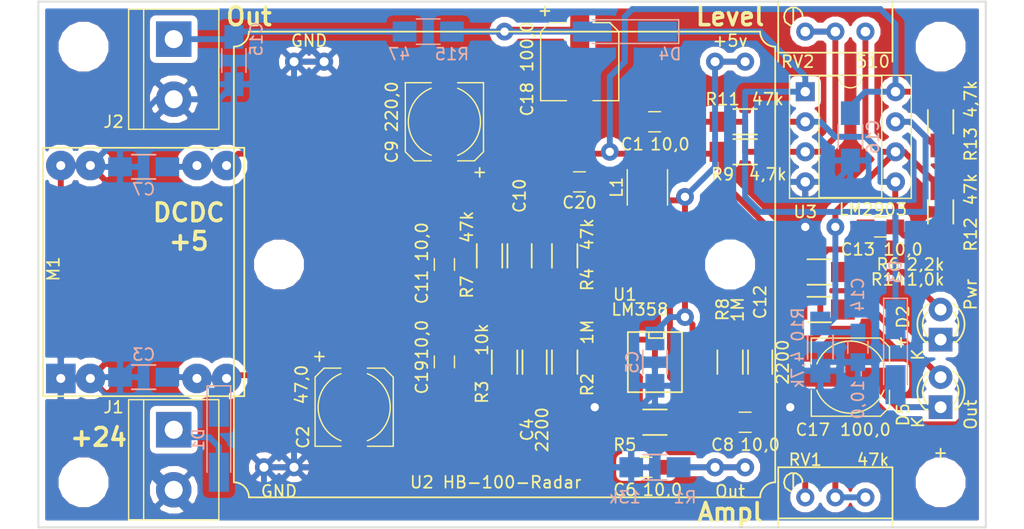
<source format=kicad_pcb>
(kicad_pcb (version 20171130) (host pcbnew "(5.0.0)")
  (layers (0 F.Cu signal) (31 B.Cu signal) (34 B.Paste user) (35 F.Paste user) (36 B.SilkS user) (37 F.SilkS user) (38 B.Mask user) (39 F.Mask user) (44 Edge.Cuts user))
  (net 0 "")
  (net 1 "Net-(C1-Pad1)")
  (net 2 "Net-(C2-Pad1)")
  (net 3 GND)
  (net 4 "Net-(C4-Pad1)")
  (net 5 "Net-(C4-Pad2)")
  (net 6 +5V)
  (net 7 "Net-(C6-Pad1)")
  (net 8 "Net-(C12-Pad2)")
  (net 9 "Net-(C8-Pad2)")
  (net 10 "Net-(C10-Pad2)")
  (net 11 "Net-(C12-Pad1)")
  (net 12 "Net-(C13-Pad1)")
  (net 13 "Net-(C14-Pad1)")
  (net 14 "Net-(C15-Pad1)")
  (net 15 "Net-(C17-Pad1)")
  (net 16 "Net-(D1-Pad2)")
  (net 17 "Net-(D3-Pad1)")
  (net 18 "Net-(D5-Pad2)")
  (net 19 "Net-(C18-Pad1)")
  (net 20 "Net-(C6-Pad2)")
  (net 21 "Net-(C19-Pad2)")
  (net 22 "Net-(D2-Pad2)")
  (net 23 "Net-(C20-Pad1)")
  (module Capacitors_SMD:C_0805_HandSoldering (layer F.Cu) (at 198.1 69.85 180)
    (fp_text reference C20 (at 0 -1.75 180) (layer F.SilkS))
    (fp_text value 10,0)
    (pad 1 smd rect (at -1.25 0 180) (size 1.5 1.25) (layers F.Cu F.Paste F.Mask) (net 23 "Net-(C20-Pad1)"))
    (pad 2 smd rect (at 1.25 0 180) (size 1.5 1.25) (layers F.Cu F.Paste F.Mask) (net 3 GND))
  )
  (module Inductor_SMD:L_Neosid_SMS-ME3015 (layer F.Cu) (at 203.835 70.315 90)
    (fp_text reference L1 (at 0 -2.6 90) (layer F.SilkS))
    (fp_text value "100uH CD32")
    (pad 1 smd rect (at -1.1 0 90) (size 1 2.7) (layers F.Cu F.Paste F.Mask) (net 23 "Net-(C20-Pad1)"))
    (pad 2 smd rect (at 1.1 0 90) (size 1 2.7) (layers F.Cu F.Paste F.Mask) (net 6 +5V))
  )
  (module Diodes_SMD:D_MiniMELF_Handsoldering (layer B.Cu) (at 201.93 57.15 180)
    (fp_text reference D4 (at -3.81 -1.905 180) (layer B.SilkS) (effects (justify mirror)))
    (fp_text value 1n4148)
    (pad 2 smd rect (at 2.75 0 180) (size 3.3 1.7) (layers B.Cu B.Paste B.Mask) (net 19 "Net-(C18-Pad1)"))
    (pad 1 smd rect (at -2.75 0 180) (size 3.3 1.7) (layers B.Cu B.Paste B.Mask) (net 17 "Net-(D3-Pad1)"))
  )
  (module Diodes_SMD:D_MiniMELF_Handsoldering (layer B.Cu) (at 224.79 84.245 270)
    (fp_text reference D3 (at -6.775 0 270) (layer B.SilkS) (effects (justify mirror)))
    (fp_text value 1n4148)
    (pad 1 smd rect (at -2.75 0 270) (size 3.3 1.7) (layers B.Cu B.Paste B.Mask) (net 17 "Net-(D3-Pad1)"))
    (pad 2 smd rect (at 2.75 0 270) (size 3.3 1.7) (layers B.Cu B.Paste B.Mask) (net 15 "Net-(C17-Pad1)"))
  )
  (module Diodes_SMD:D_MiniMELF_Handsoldering (layer B.Cu) (at 167.64 91.65 270)
    (fp_text reference D1 (at 0 1.75 270) (layer B.SilkS) (effects (justify mirror)))
    (fp_text value 1n4148)
    (pad 1 smd rect (at -2.75 0 270) (size 3.3 1.7) (layers B.Cu B.Paste B.Mask) (net 2 "Net-(C2-Pad1)"))
    (pad 2 smd rect (at 2.75 0 270) (size 3.3 1.7) (layers B.Cu B.Paste B.Mask) (net 16 "Net-(D1-Pad2)"))
  )
  (module TerminalBlock:TerminalBlock_bornier-2_P5.08mm (layer F.Cu) (at 163.83 90.805 270)
    (fp_text reference J1 (at -1.905 5.08) (layer F.SilkS))
    (fp_text value Power)
    (pad 2 thru_hole circle (at 5.08 0 270) (size 3 3) (drill 1.52) (layers *.Cu *.Mask) (net 3 GND))
    (pad 1 thru_hole rect (at 0 0 270) (size 3 3) (drill 1.52) (layers *.Cu *.Mask) (net 16 "Net-(D1-Pad2)"))
  )
  (module TerminalBlock:TerminalBlock_bornier-2_P5.08mm (layer F.Cu) (at 163.83 57.785 270)
    (fp_text reference J2 (at 6.985 5.08) (layer F.SilkS))
    (fp_text value Out)
    (pad 1 thru_hole rect (at 0 0 270) (size 3 3) (drill 1.52) (layers *.Cu *.Mask) (net 14 "Net-(C15-Pad1)"))
    (pad 2 thru_hole circle (at 5.08 0 270) (size 3 3) (drill 1.52) (layers *.Cu *.Mask) (net 3 GND))
  )
  (module LEDs:LED-3MM (layer F.Cu) (at 228.6 83.185 90)
    (fp_text reference D2 (at 1.91 -3.175 90) (layer F.SilkS))
    (fp_text value Pwr (at 3.81 2.54 90) (layer F.SilkS))
    (fp_text user K (at -1.27 -1.905 90) (layer F.SilkS))
    (pad 1 thru_hole rect (at 0 0 180) (size 2 2) (drill 1.00076) (layers *.Cu *.Mask) (net 3 GND))
    (pad 2 thru_hole circle (at 2.54 0 90) (size 2 2) (drill 1.00076) (layers *.Cu *.Mask) (net 22 "Net-(D2-Pad2)"))
  )
  (module MountingHole:MountingHole_3.2mm_M3 (layer F.Cu) (at 172.72 76.835)
    (fp_text reference MH6 hide)
    (fp_text value MountingHole)
    (pad 1 np_thru_hole circle (at 0 0) (size 3.2 3.2) (drill 3.2) (layers *.Cu *.Mask))
  )
  (module MountingHole:MountingHole_3.2mm_M3 (layer F.Cu) (at 210.82 76.835)
    (fp_text reference MH5 hide)
    (fp_text value MountingHole)
    (pad 1 np_thru_hole circle (at 0 0) (size 3.2 3.2) (drill 3.2) (layers *.Cu *.Mask))
  )
  (module MountingHole:MountingHole_3.2mm_M3 (layer F.Cu) (at 228.6 58.42)
    (fp_text reference MH4 hide)
    (fp_text value MountingHole)
    (pad 1 np_thru_hole circle (at 0 0) (size 3.2 3.2) (drill 3.2) (layers *.Cu *.Mask))
  )
  (module MountingHole:MountingHole_3.2mm_M3 (layer F.Cu) (at 228.6 95.25)
    (fp_text reference MH3 hide)
    (fp_text value MountingHole)
    (pad 1 np_thru_hole circle (at 0 0) (size 3.2 3.2) (drill 3.2) (layers *.Cu *.Mask))
  )
  (module MountingHole:MountingHole_3.2mm_M3 (layer F.Cu) (at 156.21 58.42)
    (fp_text reference MH1 hide)
    (fp_text value MountingHole)
    (pad 1 np_thru_hole circle (at 0 0) (size 3.2 3.2) (drill 3.2) (layers *.Cu *.Mask))
  )
  (module MountingHole:MountingHole_3.2mm_M3 (layer F.Cu) (at 156.21 95.25)
    (fp_text reference MH2 hide)
    (fp_text value MountingHole)
    (pad 1 np_thru_hole circle (at 0 0) (size 3.2 3.2) (drill 3.2) (layers *.Cu *.Mask))
  )
  (module Capacitors_SMD:C_0805_HandSoldering (layer F.Cu) (at 186.69 76.835 270)
    (fp_text reference C11 (at 1.905 1.905 270) (layer F.SilkS))
    (fp_text value 10,0 (at -1.905 1.905 270) (layer F.SilkS))
    (pad 1 smd rect (at -1.25 0 270) (size 1.5 1.25) (layers F.Cu F.Paste F.Mask) (net 3 GND))
    (pad 2 smd rect (at 1.25 0 270) (size 1.5 1.25) (layers F.Cu F.Paste F.Mask) (net 10 "Net-(C10-Pad2)"))
  )
  (module dz_lib:HB-100-Radar (layer F.Cu) (at 173.99 93.98)
    (fp_text reference U2 (at 10.795 1.27) (layer F.SilkS))
    (fp_text value HB-100-Radar (at 18.415 1.27) (layer F.SilkS))
    (fp_text user Out (at 36.83 2.032) (layer F.SilkS))
    (fp_text user GND (at -1.27 2.032) (layer F.SilkS))
    (fp_text user +5v (at 36.83 -36.068) (layer F.SilkS))
    (fp_text user GND (at 1.27 -36.068) (layer F.SilkS))
    (pad 1 thru_hole circle (at -2.54 0) (size 1.524 1.524) (drill 0.762) (layers *.Cu *.Mask) (net 3 GND))
    (pad 2 thru_hole circle (at 0 0) (size 1.524 1.524) (drill 0.762) (layers *.Cu *.Mask) (net 3 GND))
    (pad 3 thru_hole circle (at 0 -34.29) (size 1.524 1.524) (drill 0.762) (layers *.Cu *.Mask) (net 3 GND))
    (pad 4 thru_hole circle (at 2.54 -34.29) (size 1.524 1.524) (drill 0.762) (layers *.Cu *.Mask) (net 3 GND))
    (pad 5 thru_hole circle (at 35.56 0) (size 1.524 1.524) (drill 0.762) (layers *.Cu *.Mask) (net 20 "Net-(C6-Pad2)"))
    (pad 6 thru_hole circle (at 38.1 0) (size 1.524 1.524) (drill 0.762) (layers *.Cu *.Mask) (net 20 "Net-(C6-Pad2)"))
    (pad 7 thru_hole circle (at 35.56 -34.29) (size 1.524 1.524) (drill 0.762) (layers *.Cu *.Mask) (net 23 "Net-(C20-Pad1)"))
    (pad 8 thru_hole circle (at 38.1 -34.29) (size 1.524 1.524) (drill 0.762) (layers *.Cu *.Mask) (net 23 "Net-(C20-Pad1)"))
  )
  (module Capacitors_SMD:C_0805_HandSoldering (layer B.Cu) (at 221.615 83.84 270)
    (fp_text reference C14 (at -4.465 0 270) (layer B.SilkS) (effects (justify mirror)))
    (fp_text value 10,0 (at 4.425 0 270) (layer B.SilkS) (effects (justify mirror)))
    (pad 2 smd rect (at 1.25 0 270) (size 1.5 1.25) (layers B.Cu B.Paste B.Mask) (net 3 GND))
    (pad 1 smd rect (at -1.25 0 270) (size 1.5 1.25) (layers B.Cu B.Paste B.Mask) (net 13 "Net-(C14-Pad1)"))
  )
  (module Capacitors_SMD:C_0805_HandSoldering (layer F.Cu) (at 203.72 93.98)
    (fp_text reference C6 (at -1.79 1.905) (layer F.SilkS))
    (fp_text value 10,0 (at 1.385 1.905) (layer F.SilkS))
    (pad 1 smd rect (at -1.25 0) (size 1.5 1.25) (layers F.Cu F.Paste F.Mask) (net 7 "Net-(C6-Pad1)"))
    (pad 2 smd rect (at 1.25 0) (size 1.5 1.25) (layers F.Cu F.Paste F.Mask) (net 20 "Net-(C6-Pad2)"))
  )
  (module Capacitors_SMD:C_0805_HandSoldering (layer F.Cu) (at 186.69 85.07 90)
    (fp_text reference C19 (at -1.29 -1.905 90) (layer F.SilkS))
    (fp_text value 10,0 (at 1.885 -1.905 90) (layer F.SilkS))
    (pad 2 smd rect (at 1.25 0 90) (size 1.5 1.25) (layers F.Cu F.Paste F.Mask) (net 21 "Net-(C19-Pad2)"))
    (pad 1 smd rect (at -1.25 0 90) (size 1.5 1.25) (layers F.Cu F.Paste F.Mask) (net 3 GND))
  )
  (module Capacitors_SMD:C_0805_HandSoldering (layer F.Cu) (at 204.45 64.77 180)
    (fp_text reference C1 (at 1.885 -1.905 180) (layer F.SilkS))
    (fp_text value 10,0 (at -1.29 -1.905 180) (layer F.SilkS))
    (pad 1 smd rect (at -1.25 0 180) (size 1.5 1.25) (layers F.Cu F.Paste F.Mask) (net 1 "Net-(C1-Pad1)"))
    (pad 2 smd rect (at 1.25 0 180) (size 1.5 1.25) (layers F.Cu F.Paste F.Mask) (net 3 GND))
  )
  (module Capacitors_SMD:C_1206_HandSoldering (layer B.Cu) (at 168.91 59.595 270)
    (fp_text reference C15 (at -1.81 -1.905 270) (layer B.SilkS) (effects (justify mirror)))
    (fp_text value 0,1)
    (pad 1 smd rect (at -2 0 270) (size 2 1.6) (layers B.Cu B.Paste B.Mask) (net 14 "Net-(C15-Pad1)"))
    (pad 2 smd rect (at 2 0 270) (size 2 1.6) (layers B.Cu B.Paste B.Mask) (net 3 GND))
  )
  (module Resistors_SMD:R_1206_HandSoldering (layer B.Cu) (at 185.325 57.15)
    (fp_text reference R15 (at 2 1.905) (layer B.SilkS) (effects (justify mirror)))
    (fp_text value 47 (at -2.445 1.905) (layer B.SilkS) (effects (justify mirror)))
    (pad 1 smd rect (at -2 0) (size 2 1.7) (layers B.Cu B.Paste B.Mask) (net 14 "Net-(C15-Pad1)"))
    (pad 2 smd rect (at 2 0) (size 2 1.7) (layers B.Cu B.Paste B.Mask) (net 19 "Net-(C18-Pad1)"))
  )
  (module Resistors_SMD:R_1206_HandSoldering (layer F.Cu) (at 228.6 72.39 90)
    (fp_text reference R12 (at -1.905 2.54 90) (layer F.SilkS))
    (fp_text value 47k (at 1.905 2.54 90) (layer F.SilkS))
    (pad 1 smd rect (at -2 0 90) (size 2 1.7) (layers F.Cu F.Paste F.Mask) (net 12 "Net-(C13-Pad1)"))
    (pad 2 smd rect (at 2 0 90) (size 2 1.7) (layers F.Cu F.Paste F.Mask) (net 13 "Net-(C14-Pad1)"))
  )
  (module Capacitors_SMD:CP_Elec_6.3x7.7 (layer F.Cu) (at 186.69 64.77 90)
    (fp_text reference C9 (at -2.54 -4.445 90) (layer F.SilkS))
    (fp_text value 220,0 (at 1.27 -4.445 90) (layer F.SilkS))
    (fp_text user + (at -4.2799 2.9083 90) (layer F.SilkS))
    (pad 1 smd rect (at -2.7 0 270) (size 3.5 1.6) (layers F.Cu F.Paste F.Mask) (net 6 +5V))
    (pad 2 smd rect (at 2.7 0 270) (size 3.5 1.6) (layers F.Cu F.Paste F.Mask) (net 3 GND))
  )
  (module Capacitors_SMD:C_1206_HandSoldering (layer B.Cu) (at 161.29 86.36 180)
    (fp_text reference C3 (at 0 1.905 180) (layer B.SilkS) (effects (justify mirror)))
    (fp_text value 0,1 hide)
    (pad 1 smd rect (at -2 0 180) (size 2 1.6) (layers B.Cu B.Paste B.Mask) (net 2 "Net-(C2-Pad1)"))
    (pad 2 smd rect (at 2 0 180) (size 2 1.6) (layers B.Cu B.Paste B.Mask) (net 3 GND))
  )
  (module Capacitors_SMD:C_1206_HandSoldering (layer F.Cu) (at 194.31 85.09 270)
    (fp_text reference C4 (at 5.715 0.635 270) (layer F.SilkS))
    (fp_text value 2200 (at 5.715 -0.635 270) (layer F.SilkS))
    (pad 1 smd rect (at -2 0 270) (size 2 1.6) (layers F.Cu F.Paste F.Mask) (net 4 "Net-(C4-Pad1)"))
    (pad 2 smd rect (at 2 0 270) (size 2 1.6) (layers F.Cu F.Paste F.Mask) (net 5 "Net-(C4-Pad2)"))
  )
  (module Capacitors_SMD:C_1206_HandSoldering (layer B.Cu) (at 204.47 85.09 270)
    (fp_text reference C5 (at 0 1.905 270) (layer B.SilkS) (effects (justify mirror)))
    (fp_text value 0,1 hide)
    (pad 1 smd rect (at -2 0 270) (size 2 1.6) (layers B.Cu B.Paste B.Mask) (net 23 "Net-(C20-Pad1)"))
    (pad 2 smd rect (at 2 0 270) (size 2 1.6) (layers B.Cu B.Paste B.Mask) (net 3 GND))
  )
  (module Capacitors_SMD:C_1206_HandSoldering (layer B.Cu) (at 161.29 68.58 180)
    (fp_text reference C7 (at 0 -1.905 180) (layer B.SilkS) (effects (justify mirror)))
    (fp_text value 0,1 hide)
    (pad 1 smd rect (at -2 0 180) (size 2 1.6) (layers B.Cu B.Paste B.Mask) (net 6 +5V))
    (pad 2 smd rect (at 2 0 180) (size 2 1.6) (layers B.Cu B.Paste B.Mask) (net 3 GND))
  )
  (module Capacitors_SMD:C_1206_HandSoldering (layer F.Cu) (at 193.04 76.105 270)
    (fp_text reference C10 (at -5.08 0 270) (layer F.SilkS))
    (fp_text value 0,1 hide)
    (pad 1 smd rect (at -2 0 270) (size 2 1.6) (layers F.Cu F.Paste F.Mask) (net 3 GND))
    (pad 2 smd rect (at 2 0 270) (size 2 1.6) (layers F.Cu F.Paste F.Mask) (net 10 "Net-(C10-Pad2)"))
  )
  (module Capacitors_SMD:C_1206_HandSoldering (layer F.Cu) (at 213.36 85.09 270)
    (fp_text reference C12 (at -5.08 0 270) (layer F.SilkS))
    (fp_text value 2200 (at 0 -1.905 270) (layer F.SilkS))
    (pad 1 smd rect (at -2 0 270) (size 2 1.6) (layers F.Cu F.Paste F.Mask) (net 11 "Net-(C12-Pad1)"))
    (pad 2 smd rect (at 2 0 270) (size 2 1.6) (layers F.Cu F.Paste F.Mask) (net 8 "Net-(C12-Pad2)"))
  )
  (module Capacitors_SMD:C_1206_HandSoldering (layer B.Cu) (at 220.98 66.04 90)
    (fp_text reference C16 (at 0 1.905 90) (layer B.SilkS) (effects (justify mirror)))
    (fp_text value 0,1 hide)
    (pad 1 smd rect (at -2 0 90) (size 2 1.6) (layers B.Cu B.Paste B.Mask) (net 3 GND))
    (pad 2 smd rect (at 2 0 90) (size 2 1.6) (layers B.Cu B.Paste B.Mask) (net 6 +5V))
  )
  (module LEDs:LED-3MM (layer F.Cu) (at 228.6 88.9 90)
    (fp_text reference D5 (at -0.635 -3.175 90) (layer F.SilkS))
    (fp_text value Out (at -0.635 2.54 90) (layer F.SilkS))
    (fp_text user K (at -1.27 -1.905 90) (layer F.SilkS))
    (pad 1 thru_hole rect (at 0 0 180) (size 2 2) (drill 1.00076) (layers *.Cu *.Mask) (net 15 "Net-(C17-Pad1)"))
    (pad 2 thru_hole circle (at 2.54 0 90) (size 2 2) (drill 1.00076) (layers *.Cu *.Mask) (net 18 "Net-(D5-Pad2)"))
  )
  (module Resistors_SMD:R_1206_HandSoldering (layer B.Cu) (at 204.47 93.98 180)
    (fp_text reference R1 (at -2.54 -2.54 180) (layer B.SilkS) (effects (justify mirror)))
    (fp_text value 13k (at 2.54 -2.54 180) (layer B.SilkS) (effects (justify mirror)))
    (pad 1 smd rect (at -2 0 180) (size 2 1.7) (layers B.Cu B.Paste B.Mask) (net 20 "Net-(C6-Pad2)"))
    (pad 2 smd rect (at 2 0 180) (size 2 1.7) (layers B.Cu B.Paste B.Mask) (net 3 GND))
  )
  (module Resistors_SMD:R_1206_HandSoldering (layer F.Cu) (at 196.85 85.09 270)
    (fp_text reference R2 (at 1.905 -1.905 270) (layer F.SilkS))
    (fp_text value 1M (at -2.54 -1.905 270) (layer F.SilkS))
    (pad 1 smd rect (at -2 0 270) (size 2 1.7) (layers F.Cu F.Paste F.Mask) (net 4 "Net-(C4-Pad1)"))
    (pad 2 smd rect (at 2 0 270) (size 2 1.7) (layers F.Cu F.Paste F.Mask) (net 5 "Net-(C4-Pad2)"))
  )
  (module Resistors_SMD:R_1206_HandSoldering (layer F.Cu) (at 191.77 85.09 270)
    (fp_text reference R3 (at 2.54 1.905 270) (layer F.SilkS))
    (fp_text value 10k (at -1.905 1.905 270) (layer F.SilkS))
    (pad 1 smd rect (at -2 0 270) (size 2 1.7) (layers F.Cu F.Paste F.Mask) (net 21 "Net-(C19-Pad2)"))
    (pad 2 smd rect (at 2 0 270) (size 2 1.7) (layers F.Cu F.Paste F.Mask) (net 5 "Net-(C4-Pad2)"))
  )
  (module Resistors_SMD:R_1206_HandSoldering (layer F.Cu) (at 196.85 76.105 90)
    (fp_text reference R4 (at -2 1.905 90) (layer F.SilkS))
    (fp_text value 47k (at 1.81 1.905 90) (layer F.SilkS))
    (pad 1 smd rect (at -2 0 90) (size 2 1.7) (layers F.Cu F.Paste F.Mask) (net 10 "Net-(C10-Pad2)"))
    (pad 2 smd rect (at 2 0 90) (size 2 1.7) (layers F.Cu F.Paste F.Mask) (net 23 "Net-(C20-Pad1)"))
  )
  (module Resistors_SMD:R_1206_HandSoldering (layer F.Cu) (at 204.47 90.17 180)
    (fp_text reference R5 (at 2.54 -1.905 180) (layer F.SilkS))
    (fp_text value 200k hide)
    (pad 1 smd rect (at -2 0 180) (size 2 1.7) (layers F.Cu F.Paste F.Mask) (net 10 "Net-(C10-Pad2)"))
    (pad 2 smd rect (at 2 0 180) (size 2 1.7) (layers F.Cu F.Paste F.Mask) (net 7 "Net-(C6-Pad1)"))
  )
  (module Resistors_SMD:R_1206_HandSoldering (layer F.Cu) (at 218.345 77.47 180)
    (fp_text reference R6 (at -5.81 0.635 180) (layer F.SilkS))
    (fp_text value 2,2k (at -8.985 0.635 180) (layer F.SilkS))
    (pad 1 smd rect (at -2 0 180) (size 2 1.7) (layers F.Cu F.Paste F.Mask) (net 22 "Net-(D2-Pad2)"))
    (pad 2 smd rect (at 2 0 180) (size 2 1.7) (layers F.Cu F.Paste F.Mask) (net 6 +5V))
  )
  (module Resistors_SMD:R_1206_HandSoldering (layer F.Cu) (at 190.5 76.105 270)
    (fp_text reference R7 (at 2.635 1.905 270) (layer F.SilkS))
    (fp_text value 47k (at -2.445 1.905 270) (layer F.SilkS))
    (pad 1 smd rect (at -2 0 270) (size 2 1.7) (layers F.Cu F.Paste F.Mask) (net 3 GND))
    (pad 2 smd rect (at 2 0 270) (size 2 1.7) (layers F.Cu F.Paste F.Mask) (net 10 "Net-(C10-Pad2)"))
  )
  (module Resistors_SMD:R_1206_HandSoldering (layer F.Cu) (at 210.82 85.09 270)
    (fp_text reference R8 (at -4.445 0.635 270) (layer F.SilkS))
    (fp_text value 1M (at -4.445 -0.635 270) (layer F.SilkS))
    (pad 1 smd rect (at -2 0 270) (size 2 1.7) (layers F.Cu F.Paste F.Mask) (net 11 "Net-(C12-Pad1)"))
    (pad 2 smd rect (at 2 0 270) (size 2 1.7) (layers F.Cu F.Paste F.Mask) (net 8 "Net-(C12-Pad2)"))
  )
  (module Resistors_SMD:R_1206_HandSoldering (layer F.Cu) (at 212.09 67.31)
    (fp_text reference R9 (at -1.905 1.905) (layer F.SilkS))
    (fp_text value 4,7k (at 1.905 1.905) (layer F.SilkS))
    (pad 1 smd rect (at -2 0) (size 2 1.7) (layers F.Cu F.Paste F.Mask) (net 6 +5V))
    (pad 2 smd rect (at 2 0) (size 2 1.7) (layers F.Cu F.Paste F.Mask) (net 1 "Net-(C1-Pad1)"))
  )
  (module Resistors_SMD:R_1206_HandSoldering (layer B.Cu) (at 218.44 83.82 270)
    (fp_text reference R10 (at -1.905 1.905 270) (layer B.SilkS) (effects (justify mirror)))
    (fp_text value 4,7k (at 1.905 1.905 270) (layer B.SilkS) (effects (justify mirror)))
    (pad 1 smd rect (at -2 0 270) (size 2 1.7) (layers B.Cu B.Paste B.Mask) (net 13 "Net-(C14-Pad1)"))
    (pad 2 smd rect (at 2 0 270) (size 2 1.7) (layers B.Cu B.Paste B.Mask) (net 3 GND))
  )
  (module Resistors_SMD:R_1206_HandSoldering (layer F.Cu) (at 212.09 64.77 180)
    (fp_text reference R11 (at 1.905 1.905 180) (layer F.SilkS))
    (fp_text value 47k (at -1.905 1.905 180) (layer F.SilkS))
    (pad 1 smd rect (at -2 0 180) (size 2 1.7) (layers F.Cu F.Paste F.Mask) (net 12 "Net-(C13-Pad1)"))
    (pad 2 smd rect (at 2 0 180) (size 2 1.7) (layers F.Cu F.Paste F.Mask) (net 1 "Net-(C1-Pad1)"))
  )
  (module Resistors_SMD:R_1206_HandSoldering (layer F.Cu) (at 228.6 64.77 270)
    (fp_text reference R13 (at 1.905 -2.54 270) (layer F.SilkS))
    (fp_text value 4,7k (at -1.905 -2.54 270) (layer F.SilkS))
    (pad 1 smd rect (at -2 0 270) (size 2 1.7) (layers F.Cu F.Paste F.Mask) (net 6 +5V))
    (pad 2 smd rect (at 2 0 270) (size 2 1.7) (layers F.Cu F.Paste F.Mask) (net 17 "Net-(D3-Pad1)"))
  )
  (module Resistors_SMD:R_1206_HandSoldering (layer F.Cu) (at 218.345 80.645)
    (fp_text reference R14 (at 5.81 -2.54) (layer F.SilkS))
    (fp_text value 1,0k (at 8.985 -2.54) (layer F.SilkS))
    (pad 1 smd rect (at -2 0) (size 2 1.7) (layers F.Cu F.Paste F.Mask) (net 6 +5V))
    (pad 2 smd rect (at 2 0) (size 2 1.7) (layers F.Cu F.Paste F.Mask) (net 18 "Net-(D5-Pad2)"))
  )
  (module Capacitors_SMD:CP_Elec_6.3x5.3 (layer F.Cu) (at 179.07 88.9 270)
    (fp_text reference C2 (at 2.54 4.318 270) (layer F.SilkS))
    (fp_text value 47,0 (at -1.905 4.445 270) (layer F.SilkS))
    (fp_text user + (at -4.2799 3.0099 270) (layer F.SilkS))
    (pad 1 smd rect (at -2.7 0 90) (size 3.5 1.6) (layers F.Cu F.Paste F.Mask) (net 2 "Net-(C2-Pad1)"))
    (pad 2 smd rect (at 2.7 0 90) (size 3.5 1.6) (layers F.Cu F.Paste F.Mask) (net 3 GND))
  )
  (module Capacitors_SMD:CP_Elec_6.3x5.3 (layer F.Cu) (at 220.98 86.36 180)
    (fp_text reference C17 (at 3.175 -4.445 180) (layer F.SilkS))
    (fp_text value 100,0 (at -1.27 -4.445 180) (layer F.SilkS))
    (fp_text user + (at -4.2799 3.0099 180) (layer F.SilkS))
    (pad 1 smd rect (at -2.7 0) (size 3.5 1.6) (layers F.Cu F.Paste F.Mask) (net 15 "Net-(C17-Pad1)"))
    (pad 2 smd rect (at 2.7 0) (size 3.5 1.6) (layers F.Cu F.Paste F.Mask) (net 3 GND))
  )
  (module Potentiometers:Potentiometer_Bourns_3296W_3-8Zoll_Inline_ScrewUp (layer F.Cu) (at 217.17 96.52 270)
    (fp_text reference RV1 (at -3.175 0) (layer F.SilkS))
    (fp_text value 47k (at -3.175 -5.715) (layer F.SilkS))
    (pad 2 thru_hole circle (at 0 -2.54 270) (size 1.524 1.524) (drill 0.8128) (layers *.Cu *.Mask) (net 9 "Net-(C8-Pad2)"))
    (pad 3 thru_hole circle (at 0 -5.08 270) (size 1.524 1.524) (drill 0.8128) (layers *.Cu *.Mask) (net 9 "Net-(C8-Pad2)"))
    (pad 1 thru_hole circle (at 0 0 270) (size 1.524 1.524) (drill 0.8128) (layers *.Cu *.Mask) (net 4 "Net-(C4-Pad1)"))
  )
  (module Potentiometers:Potentiometer_Bourns_3296W_3-8Zoll_Inline_ScrewUp (layer F.Cu) (at 217.17 57.15 270)
    (fp_text reference RV2 (at 2.54 0.635) (layer F.SilkS))
    (fp_text value 510 (at 2.54 -5.715) (layer F.SilkS))
    (pad 2 thru_hole circle (at 0 -2.54 270) (size 1.524 1.524) (drill 0.8128) (layers *.Cu *.Mask) (net 1 "Net-(C1-Pad1)"))
    (pad 3 thru_hole circle (at 0 -5.08 270) (size 1.524 1.524) (drill 0.8128) (layers *.Cu *.Mask) (net 13 "Net-(C14-Pad1)"))
    (pad 1 thru_hole circle (at 0 0 270) (size 1.524 1.524) (drill 0.8128) (layers *.Cu *.Mask) (net 1 "Net-(C1-Pad1)"))
  )
  (module Capacitors_SMD:CP_Elec_6.3x5.3 (layer F.Cu) (at 198.12 59.69 270)
    (fp_text reference C18 (at 3.175 4.445 270) (layer F.SilkS))
    (fp_text value 100,0 (at -1.27 4.445 270) (layer F.SilkS))
    (fp_text user + (at -4.28 3.01 270) (layer F.SilkS))
    (pad 1 smd rect (at -2.7 0 90) (size 3.5 1.6) (layers F.Cu F.Paste F.Mask) (net 19 "Net-(C18-Pad1)"))
    (pad 2 smd rect (at 2.7 0 90) (size 3.5 1.6) (layers F.Cu F.Paste F.Mask) (net 3 GND))
  )
  (module dz_lib:dcdc5v (layer F.Cu) (at 161.29 77.47 90)
    (fp_text reference M1 (at 0.254 -7.62 90) (layer F.SilkS))
    (fp_text value dcdc5v)
    (pad 1 thru_hole rect (at -9 -7 90) (size 2.5 2.5) (drill 0.762) (layers *.Cu *.Mask) (net 3 GND))
    (pad 2 thru_hole circle (at -9 7 90) (size 2.5 2.5) (drill 0.762) (layers *.Cu *.Mask) (net 2 "Net-(C2-Pad1)"))
    (pad 3 thru_hole circle (at 9 7 90) (size 2.5 2.5) (drill 0.762) (layers *.Cu *.Mask) (net 6 +5V))
    (pad 4 thru_hole circle (at 9 -7 90) (size 2.5 2.5) (drill 0.762) (layers *.Cu *.Mask) (net 3 GND))
    (pad 1 thru_hole circle (at -9 -4.5 90) (size 2.5 2.5) (drill 0.762) (layers *.Cu *.Mask) (net 3 GND))
    (pad 2 thru_hole circle (at -9 4.5 90) (size 2.5 2.5) (drill 0.762) (layers *.Cu *.Mask) (net 2 "Net-(C2-Pad1)"))
    (pad 3 thru_hole circle (at 9 4.5 90) (size 2.5 2.5) (drill 0.762) (layers *.Cu *.Mask) (net 6 +5V))
    (pad 4 thru_hole circle (at 9 -4.5 90) (size 2.5 2.5) (drill 0.762) (layers *.Cu *.Mask) (net 3 GND))
  )
  (module SMD_Packages:SOIC-8-N (layer F.Cu) (at 204.47 85.09 270)
    (fp_text reference U1 (at -5.715 2.54) (layer F.SilkS))
    (fp_text value LM358 (at -4.445 1.27) (layer F.SilkS))
    (pad 8 smd rect (at -1.905 -3.175 270) (size 0.508 1.143) (layers F.Cu F.Paste F.Mask) (net 23 "Net-(C20-Pad1)"))
    (pad 7 smd rect (at -0.635 -3.175 270) (size 0.508 1.143) (layers F.Cu F.Paste F.Mask) (net 11 "Net-(C12-Pad1)"))
    (pad 6 smd rect (at 0.635 -3.175 270) (size 0.508 1.143) (layers F.Cu F.Paste F.Mask) (net 8 "Net-(C12-Pad2)"))
    (pad 5 smd rect (at 1.905 -3.175 270) (size 0.508 1.143) (layers F.Cu F.Paste F.Mask) (net 10 "Net-(C10-Pad2)"))
    (pad 4 smd rect (at 1.905 3.175 270) (size 0.508 1.143) (layers F.Cu F.Paste F.Mask) (net 3 GND))
    (pad 3 smd rect (at 0.635 3.175 270) (size 0.508 1.143) (layers F.Cu F.Paste F.Mask) (net 7 "Net-(C6-Pad1)"))
    (pad 2 smd rect (at -0.635 3.175 270) (size 0.508 1.143) (layers F.Cu F.Paste F.Mask) (net 5 "Net-(C4-Pad2)"))
    (pad 1 smd rect (at -1.905 3.175 270) (size 0.508 1.143) (layers F.Cu F.Paste F.Mask) (net 4 "Net-(C4-Pad1)"))
  )
  (module Housings_DIP:DIP-8_W7.62mm_Socket (layer F.Cu) (at 217.17 62.23)
    (fp_text reference U3 (at 0 10.16) (layer F.SilkS))
    (fp_text value LM2903 (at 5.715 9.95) (layer F.SilkS))
    (pad 1 thru_hole rect (at 0 0) (size 1.6 1.6) (drill 0.8) (layers *.Cu *.Mask) (net 17 "Net-(D3-Pad1)"))
    (pad 5 thru_hole oval (at 7.62 7.62) (size 1.6 1.6) (drill 0.8) (layers *.Cu *.Mask) (net 12 "Net-(C13-Pad1)"))
    (pad 2 thru_hole oval (at 0 2.54) (size 1.6 1.6) (drill 0.8) (layers *.Cu *.Mask) (net 12 "Net-(C13-Pad1)"))
    (pad 6 thru_hole oval (at 7.62 5.08) (size 1.6 1.6) (drill 0.8) (layers *.Cu *.Mask) (net 13 "Net-(C14-Pad1)"))
    (pad 3 thru_hole oval (at 0 5.08) (size 1.6 1.6) (drill 0.8) (layers *.Cu *.Mask) (net 1 "Net-(C1-Pad1)"))
    (pad 7 thru_hole oval (at 7.62 2.54) (size 1.6 1.6) (drill 0.8) (layers *.Cu *.Mask) (net 17 "Net-(D3-Pad1)"))
    (pad 4 thru_hole oval (at 0 7.62) (size 1.6 1.6) (drill 0.8) (layers *.Cu *.Mask) (net 3 GND))
    (pad 8 thru_hole oval (at 7.62 0) (size 1.6 1.6) (drill 0.8) (layers *.Cu *.Mask) (net 6 +5V))
  )
  (module Capacitors_SMD:C_0805_HandSoldering (layer F.Cu) (at 223.52 73.66 180)
    (fp_text reference C13 (at 1.905 -1.905 180) (layer F.SilkS))
    (fp_text value 10,0 (at -1.905 -1.905 180) (layer F.SilkS))
    (pad 1 smd rect (at -1.25 0 180) (size 1.5 1.25) (layers F.Cu F.Paste F.Mask) (net 12 "Net-(C13-Pad1)"))
    (pad 2 smd rect (at 1.25 0 180) (size 1.5 1.25) (layers F.Cu F.Paste F.Mask) (net 11 "Net-(C12-Pad1)"))
  )
  (module Capacitors_SMD:C_0805_HandSoldering (layer F.Cu) (at 212.09 90.17)
    (fp_text reference C8 (at -1.905 1.905) (layer F.SilkS))
    (fp_text value 10,0 (at 1.27 1.905) (layer F.SilkS))
    (pad 1 smd rect (at -1.25 0) (size 1.5 1.25) (layers F.Cu F.Paste F.Mask) (net 8 "Net-(C12-Pad2)"))
    (pad 2 smd rect (at 1.25 0) (size 1.5 1.25) (layers F.Cu F.Paste F.Mask) (net 9 "Net-(C8-Pad2)"))
  )
  (gr_line (start 152.4 99.06) (end 152.4 54.61) (layer Edge.Cuts) (width 0.15))
  (gr_line (start 232.41 99.06) (end 152.4 99.06) (layer Edge.Cuts) (width 0.15))
  (gr_line (start 232.41 54.61) (end 232.41 99.06) (layer Edge.Cuts) (width 0.15))
  (gr_line (start 152.4 54.61) (end 232.41 54.61) (layer Edge.Cuts) (width 0.15))
  (gr_text + (at 228.6 92.71) (layer F.SilkS) (effects (font (size 1 1))))
  (gr_text "DCDC\n+5" (at 165.1 73.66) (layer F.SilkS) (effects (font (size 1.5 1.5) (thickness 0.3))))
  (gr_text Ampl (at 210.82 97.79) (layer F.SilkS) (effects (font (size 1.5 1.5) (thickness 0.3))))
  (gr_text Level (at 210.82 55.88) (layer F.SilkS) (effects (font (size 1.5 1.5) (thickness 0.3))))
  (gr_text +24 (at 157.48 91.44) (layer F.SilkS) (effects (font (size 1.5 1.5) (thickness 0.3))))
  (gr_text Out (at 170.18 55.88) (layer F.SilkS) (effects (font (size 1.5 1.5) (thickness 0.3))))
  (gr_text +5 (at 182.88 69.85) (layer F.Cu) (effects (font (size 1.5 1.5) (thickness 0.3))))
  (segment (start 201.295 85.725) (end 202.565 85.725) (width 0.5) (layer F.Cu) (net 7))
  (segment (start 203.2 86.36) (end 203.2 89.44) (width 0.5) (layer F.Cu) (net 7))
  (segment (start 202.565 85.725) (end 203.2 86.36) (width 0.5) (layer F.Cu) (net 7))
  (segment (start 203.2 89.44) (end 202.47 90.17) (width 0.5) (layer F.Cu) (net 7))
  (segment (start 209.55 93.98) (end 212.09 93.98) (width 0.5) (layer B.Cu) (net 20))
  (segment (start 209.55 93.98) (end 212.09 93.98) (width 0.5) (layer F.Cu) (net 20))
  (segment (start 206.47 93.98) (end 209.55 93.98) (width 0.5) (layer B.Cu) (net 20))
  (segment (start 165.79 86.47) (end 168.29 86.47) (width 0.5) (layer B.Cu) (net 2))
  (segment (start 179.07 86.2) (end 168.56 86.2) (width 0.5) (layer F.Cu) (net 2))
  (segment (start 168.56 86.2) (end 168.29 86.47) (width 0.5) (layer F.Cu) (net 2))
  (segment (start 163.29 86.36) (end 165.68 86.36) (width 0.5) (layer B.Cu) (net 2))
  (segment (start 165.68 86.36) (end 165.79 86.47) (width 0.5) (layer B.Cu) (net 2))
  (segment (start 171.45 93.98) (end 173.99 93.98) (width 0.5) (layer B.Cu) (net 3))
  (segment (start 173.99 59.69) (end 176.53 59.69) (width 0.5) (layer B.Cu) (net 3))
  (segment (start 171.45 93.98) (end 173.99 93.98) (width 0.5) (layer F.Cu) (net 3))
  (segment (start 173.99 59.69) (end 176.53 59.69) (width 0.5) (layer F.Cu) (net 3))
  (segment (start 221.615 85.07) (end 219.19 85.07) (width 0.5) (layer B.Cu) (net 3))
  (segment (start 219.19 85.07) (end 218.44 85.82) (width 0.5) (layer B.Cu) (net 3))
  (segment (start 215.9 88.9) (end 217.805 88.9) (width 0.5) (layer B.Cu) (net 3))
  (segment (start 218.44 88.265) (end 218.44 85.82) (width 0.5) (layer B.Cu) (net 3))
  (segment (start 217.805 88.9) (end 218.44 88.265) (width 0.5) (layer B.Cu) (net 3))
  (segment (start 173.99 93.98) (end 173.99 83.185) (width 0.5) (layer B.Cu) (net 3))
  (segment (start 173.99 83.185) (end 172.72 81.915) (width 0.5) (layer B.Cu) (net 3))
  (segment (start 172.72 81.915) (end 163.735 81.915) (width 0.5) (layer B.Cu) (net 3))
  (segment (start 163.735 81.915) (end 159.29 86.36) (width 0.5) (layer B.Cu) (net 3))
  (segment (start 156.79 86.47) (end 154.29 86.47) (width 0.5) (layer F.Cu) (net 3))
  (segment (start 154.29 68.47) (end 154.29 86.47) (width 0.5) (layer F.Cu) (net 3))
  (segment (start 154.29 68.47) (end 156.79 68.47) (width 0.5) (layer F.Cu) (net 3))
  (segment (start 156.79 86.47) (end 156.9 86.36) (width 0.5) (layer B.Cu) (net 3))
  (segment (start 156.9 86.36) (end 159.29 86.36) (width 0.5) (layer B.Cu) (net 3))
  (segment (start 202.47 93.98) (end 177.8 93.98) (width 0.5) (layer B.Cu) (net 3))
  (segment (start 177.8 93.98) (end 173.99 93.98) (width 0.5) (layer B.Cu) (net 3))
  (segment (start 179.07 91.6) (end 179.07 93.98) (width 0.5) (layer F.Cu) (net 3))
  (segment (start 190.5 62.07) (end 178.91 62.07) (width 0.5) (layer F.Cu) (net 3))
  (segment (start 178.91 62.07) (end 176.53 59.69) (width 0.5) (layer F.Cu) (net 3))
  (segment (start 198.12 62.39) (end 200.29 62.39) (width 0.5) (layer F.Cu) (net 3))
  (segment (start 200.29 62.39) (end 202.67 64.77) (width 0.5) (layer F.Cu) (net 3))
  (segment (start 190.5 62.07) (end 197.8 62.07) (width 0.5) (layer F.Cu) (net 3))
  (segment (start 197.8 62.07) (end 198.12 62.39) (width 0.5) (layer F.Cu) (net 3))
  (segment (start 215.9 88.9) (end 215.9 74.93) (width 0.5) (layer B.Cu) (net 3))
  (segment (start 217.17 73.66) (end 217.17 69.85) (width 0.5) (layer F.Cu) (net 3))
  (via (at 217.17 73.66) (size 1.5) (drill 0.7) (layers F.Cu B.Cu) (net 3))
  (segment (start 215.9 74.93) (end 217.17 73.66) (width 0.5) (layer B.Cu) (net 3))
  (segment (start 173.99 93.98) (end 179.07 93.98) (width 0.5) (layer F.Cu) (net 3))
  (segment (start 179.07 93.98) (end 185.42 93.98) (width 0.5) (layer F.Cu) (net 3))
  (segment (start 185.42 93.98) (end 186.69 92.71) (width 0.5) (layer F.Cu) (net 3))
  (segment (start 186.69 92.71) (end 186.69 86.89) (width 0.5) (layer F.Cu) (net 3))
  (segment (start 203.2 88.9) (end 215.9 88.9) (width 0.5) (layer B.Cu) (net 3))
  (segment (start 218.44 87.63) (end 218.44 86.52) (width 0.5) (layer F.Cu) (net 3))
  (segment (start 217.17 88.9) (end 218.44 87.63) (width 0.5) (layer F.Cu) (net 3))
  (segment (start 215.9 88.9) (end 217.17 88.9) (width 0.5) (layer F.Cu) (net 3))
  (via (at 215.9 88.9) (size 1.5) (drill 0.7) (layers F.Cu B.Cu) (net 3))
  (segment (start 218.44 86.52) (end 218.28 86.36) (width 0.5) (layer F.Cu) (net 3))
  (segment (start 202.47 93.98) (end 202.47 89.63) (width 0.5) (layer B.Cu) (net 3))
  (segment (start 202.47 89.63) (end 203.2 88.9) (width 0.5) (layer B.Cu) (net 3))
  (segment (start 204.47 87.09) (end 204.47 87.63) (width 0.5) (layer B.Cu) (net 3))
  (segment (start 204.47 87.63) (end 203.2 88.9) (width 0.5) (layer B.Cu) (net 3))
  (segment (start 203.2 88.9) (end 199.39 88.9) (width 0.5) (layer B.Cu) (net 3))
  (via (at 199.39 88.9) (size 1.5) (drill 0.7) (layers F.Cu B.Cu) (net 3))
  (segment (start 217.17 69.85) (end 219.71 69.85) (width 0.5) (layer B.Cu) (net 3))
  (segment (start 219.71 69.85) (end 220.98 68.58) (width 0.5) (layer B.Cu) (net 3))
  (segment (start 220.98 68.58) (end 220.98 68.04) (width 0.5) (layer B.Cu) (net 3))
  (segment (start 201.295 86.995) (end 199.39 88.9) (width 0.5) (layer F.Cu) (net 3))
  (segment (start 187.96 88.9) (end 186.69 87.63) (width 0.5) (layer F.Cu) (net 3))
  (segment (start 199.39 88.9) (end 187.96 88.9) (width 0.5) (layer F.Cu) (net 3))
  (segment (start 186.69 87.63) (end 186.69 86.89) (width 0.5) (layer F.Cu) (net 3))
  (segment (start 201.295 83.185) (end 203.835 83.185) (width 0.5) (layer F.Cu) (net 4))
  (segment (start 217.17 92.71) (end 217.17 96.52) (width 0.5) (layer F.Cu) (net 4))
  (segment (start 215.9 91.44) (end 217.17 92.71) (width 0.5) (layer F.Cu) (net 4))
  (segment (start 209.55 91.44) (end 215.9 91.44) (width 0.5) (layer F.Cu) (net 4))
  (segment (start 208.28 92.71) (end 209.55 91.44) (width 0.5) (layer F.Cu) (net 4))
  (segment (start 205.74 92.71) (end 208.28 92.71) (width 0.5) (layer F.Cu) (net 4))
  (segment (start 204.47 91.44) (end 205.74 92.71) (width 0.5) (layer F.Cu) (net 4))
  (segment (start 204.47 83.82) (end 204.47 91.44) (width 0.5) (layer F.Cu) (net 4))
  (segment (start 203.835 83.185) (end 204.47 83.82) (width 0.5) (layer F.Cu) (net 4))
  (segment (start 194.31 83.09) (end 196.85 83.09) (width 0.5) (layer F.Cu) (net 4))
  (segment (start 201.295 83.185) (end 196.945 83.185) (width 0.5) (layer F.Cu) (net 4))
  (segment (start 196.945 83.185) (end 196.85 83.09) (width 0.5) (layer F.Cu) (net 4))
  (segment (start 194.31 87.09) (end 196.85 87.09) (width 0.5) (layer F.Cu) (net 5))
  (segment (start 191.77 87.09) (end 194.31 87.09) (width 0.5) (layer F.Cu) (net 5))
  (segment (start 201.295 84.455) (end 200.025 84.455) (width 0.5) (layer F.Cu) (net 5))
  (segment (start 200.025 84.455) (end 197.39 87.09) (width 0.5) (layer F.Cu) (net 5))
  (segment (start 197.39 87.09) (end 196.85 87.09) (width 0.5) (layer F.Cu) (net 5))
  (segment (start 209.55 59.69) (end 212.09 59.69) (width 0.5) (layer B.Cu) (net 23))
  (segment (start 209.55 59.69) (end 212.09 59.69) (width 0.5) (layer F.Cu) (net 23))
  (segment (start 224.79 62.23) (end 228.06 62.23) (width 0.5) (layer F.Cu) (net 6))
  (segment (start 228.06 62.23) (end 228.6 62.77) (width 0.5) (layer F.Cu) (net 6))
  (segment (start 168.29 68.47) (end 165.79 68.47) (width 0.5) (layer B.Cu) (net 6))
  (segment (start 165.79 68.47) (end 165.68 68.58) (width 0.5) (layer B.Cu) (net 6))
  (segment (start 165.68 68.58) (end 163.29 68.58) (width 0.5) (layer B.Cu) (net 6))
  (segment (start 190.5 67.47) (end 169.29 67.47) (width 0.5) (layer F.Cu) (net 6))
  (segment (start 169.29 67.47) (end 168.29 68.47) (width 0.5) (layer F.Cu) (net 6))
  (segment (start 200.66 67.31) (end 200.66 67.47) (width 0.5) (layer F.Cu) (net 6))
  (segment (start 200.66 67.47) (end 200.66 67.31) (width 0.5) (layer F.Cu) (net 6))
  (segment (start 200.66 67.31) (end 200.66 67.47) (width 0.5) (layer F.Cu) (net 6))
  (segment (start 209.93 67.47) (end 210.09 67.31) (width 0.5) (layer F.Cu) (net 6))
  (segment (start 204.47 83.09) (end 204.47 82.55) (width 0.5) (layer B.Cu) (net 23))
  (segment (start 207.645 83.185) (end 207.645 81.915) (width 0.5) (layer F.Cu) (net 23))
  (segment (start 204.47 82.55) (end 205.74 81.28) (width 0.5) (layer B.Cu) (net 23))
  (segment (start 207.01 81.28) (end 207.645 81.915) (width 0.5) (layer F.Cu) (net 23))
  (via (at 207.01 81.28) (size 1.5) (drill 0.7) (layers F.Cu B.Cu) (net 23))
  (segment (start 205.74 81.28) (end 207.01 81.28) (width 0.5) (layer B.Cu) (net 23))
  (segment (start 224.79 62.23) (end 222.25 62.23) (width 0.5) (layer B.Cu) (net 6))
  (segment (start 222.25 62.23) (end 220.98 63.5) (width 0.5) (layer B.Cu) (net 6))
  (segment (start 220.98 63.5) (end 220.98 64.04) (width 0.5) (layer B.Cu) (net 6))
  (segment (start 191.77 83.09) (end 186.89 83.09) (width 0.5) (layer F.Cu) (net 21))
  (segment (start 186.89 83.09) (end 186.69 83.29) (width 0.5) (layer F.Cu) (net 21))
  (segment (start 210.84 90.17) (end 210.84 87.11) (width 0.5) (layer F.Cu) (net 8))
  (segment (start 210.84 87.11) (end 210.82 87.09) (width 0.5) (layer F.Cu) (net 8))
  (segment (start 210.82 87.09) (end 213.36 87.09) (width 0.5) (layer F.Cu) (net 8))
  (segment (start 207.645 85.725) (end 210.185 85.725) (width 0.5) (layer F.Cu) (net 8))
  (segment (start 210.185 85.725) (end 210.82 86.36) (width 0.5) (layer F.Cu) (net 8))
  (segment (start 210.82 86.36) (end 210.82 87.09) (width 0.5) (layer F.Cu) (net 8))
  (segment (start 219.71 96.52) (end 222.25 96.52) (width 0.5) (layer B.Cu) (net 9))
  (segment (start 219.71 96.52) (end 219.71 91.44) (width 0.5) (layer F.Cu) (net 9))
  (segment (start 219.71 91.44) (end 218.44 90.17) (width 0.5) (layer F.Cu) (net 9))
  (segment (start 218.44 90.17) (end 213.34 90.17) (width 0.5) (layer F.Cu) (net 9))
  (segment (start 207.645 86.995) (end 207.645 88.995) (width 0.5) (layer F.Cu) (net 10))
  (segment (start 207.645 88.995) (end 206.47 90.17) (width 0.5) (layer F.Cu) (net 10))
  (segment (start 210.82 83.09) (end 213.36 83.09) (width 0.5) (layer F.Cu) (net 11))
  (segment (start 207.645 84.455) (end 210.185 84.455) (width 0.5) (layer F.Cu) (net 11))
  (segment (start 210.185 84.455) (end 210.82 83.82) (width 0.5) (layer F.Cu) (net 11))
  (segment (start 210.82 83.82) (end 210.82 83.09) (width 0.5) (layer F.Cu) (net 11))
  (segment (start 228.6 74.39) (end 225.5 74.39) (width 0.5) (layer F.Cu) (net 12))
  (segment (start 225.5 74.39) (end 224.77 73.66) (width 0.5) (layer F.Cu) (net 12))
  (segment (start 217.17 64.77) (end 218.44 64.77) (width 0.5) (layer B.Cu) (net 12))
  (segment (start 223.52 69.85) (end 224.79 69.85) (width 0.5) (layer B.Cu) (net 12))
  (segment (start 223.52 67.31) (end 223.52 69.85) (width 0.5) (layer B.Cu) (net 12))
  (segment (start 222.25 66.04) (end 223.52 67.31) (width 0.5) (layer B.Cu) (net 12))
  (segment (start 219.71 66.04) (end 222.25 66.04) (width 0.5) (layer B.Cu) (net 12))
  (segment (start 218.44 64.77) (end 219.71 66.04) (width 0.5) (layer B.Cu) (net 12))
  (segment (start 214.09 64.77) (end 217.17 64.77) (width 0.5) (layer F.Cu) (net 12))
  (segment (start 224.77 73.66) (end 224.77 69.87) (width 0.5) (layer F.Cu) (net 12))
  (segment (start 224.77 69.87) (end 224.79 69.85) (width 0.5) (layer F.Cu) (net 12))
  (segment (start 217.17 57.15) (end 219.71 57.15) (width 0.5) (layer B.Cu) (net 1))
  (segment (start 206.27 64.77) (end 210.09 64.77) (width 0.5) (layer F.Cu) (net 1))
  (segment (start 210.09 64.77) (end 212.09 64.77) (width 0.5) (layer F.Cu) (net 1))
  (segment (start 212.09 67.31) (end 214.09 67.31) (width 0.5) (layer F.Cu) (net 1))
  (segment (start 212.09 64.77) (end 212.09 67.31) (width 0.5) (layer F.Cu) (net 1))
  (segment (start 214.09 67.31) (end 217.17 67.31) (width 0.5) (layer F.Cu) (net 1))
  (segment (start 219.71 57.15) (end 219.71 66.04) (width 0.5) (layer F.Cu) (net 1))
  (segment (start 218.44 67.31) (end 217.17 67.31) (width 0.5) (layer F.Cu) (net 1))
  (segment (start 219.71 66.04) (end 218.44 67.31) (width 0.5) (layer F.Cu) (net 1))
  (segment (start 217.17 57.15) (end 219.71 57.15) (width 0.5) (layer F.Cu) (net 1))
  (segment (start 167.64 87.12) (end 168.29 86.47) (width 0.5) (layer B.Cu) (net 2))
  (segment (start 167.64 88.9) (end 167.64 87.12) (width 0.5) (layer B.Cu) (net 2))
  (segment (start 156.9 68.58) (end 156.79 68.47) (width 0.5) (layer B.Cu) (net 3))
  (segment (start 159.29 68.58) (end 156.9 68.58) (width 0.5) (layer B.Cu) (net 3))
  (segment (start 229.960001 90.350001) (end 221.795001 90.350001) (width 0.5) (layer F.Cu) (net 3))
  (segment (start 230.650001 89.660001) (end 229.960001 90.350001) (width 0.5) (layer F.Cu) (net 3))
  (segment (start 230.650001 83.735001) (end 230.650001 89.660001) (width 0.5) (layer F.Cu) (net 3))
  (segment (start 228.6 83.185) (end 230.1 83.185) (width 0.5) (layer F.Cu) (net 3))
  (segment (start 230.1 83.185) (end 230.650001 83.735001) (width 0.5) (layer F.Cu) (net 3))
  (segment (start 220.345 88.9) (end 215.9 88.9) (width 0.5) (layer F.Cu) (net 3))
  (segment (start 221.795001 90.350001) (end 220.345 88.9) (width 0.5) (layer F.Cu) (net 3))
  (segment (start 167.64 62.865) (end 168.91 61.595) (width 0.5) (layer B.Cu) (net 3))
  (segment (start 163.83 62.865) (end 167.64 62.865) (width 0.5) (layer B.Cu) (net 3))
  (segment (start 173.99 60.96) (end 173.99 59.69) (width 0.5) (layer B.Cu) (net 3))
  (segment (start 168.91 61.595) (end 173.355 61.595) (width 0.5) (layer B.Cu) (net 3))
  (segment (start 173.355 61.595) (end 173.99 60.96) (width 0.5) (layer B.Cu) (net 3))
  (segment (start 162.395 62.865) (end 163.83 62.865) (width 0.5) (layer B.Cu) (net 3))
  (segment (start 156.79 68.47) (end 162.395 62.865) (width 0.5) (layer B.Cu) (net 3))
  (segment (start 159.29 91.98) (end 163.83 96.52) (width 0.5) (layer B.Cu) (net 3))
  (segment (start 159.29 86.36) (end 159.29 91.98) (width 0.5) (layer B.Cu) (net 3))
  (segment (start 171.45 97.79) (end 171.45 93.98) (width 0.5) (layer B.Cu) (net 3))
  (segment (start 171.220001 98.019999) (end 171.45 97.79) (width 0.5) (layer B.Cu) (net 3))
  (segment (start 165.329999 98.019999) (end 171.220001 98.019999) (width 0.5) (layer B.Cu) (net 3))
  (segment (start 163.83 96.52) (end 165.329999 98.019999) (width 0.5) (layer B.Cu) (net 3))
  (segment (start 163.83 95.885) (end 163.83 96.52) (width 0.5) (layer B.Cu) (net 3))
  (segment (start 210.09 67.31) (end 210.09 69.755) (width 0.5) (layer F.Cu) (net 6))
  (segment (start 216.44 76.105) (end 216.44 78.74) (width 0.5) (layer F.Cu) (net 6))
  (segment (start 210.09 69.755) (end 216.44 76.105) (width 0.5) (layer F.Cu) (net 6))
  (segment (start 216.44 78.74) (end 216.44 80.09) (width 0.5) (layer F.Cu) (net 6))
  (segment (start 216.44 80.09) (end 215.885 80.645) (width 0.5) (layer F.Cu) (net 6))
  (segment (start 190.5 67.47) (end 196.85 67.47) (width 0.5) (layer F.Cu) (net 6))
  (segment (start 196.85 67.47) (end 200.66 67.47) (width 0.5) (layer F.Cu) (net 6))
  (segment (start 203.835 69.215) (end 203.835 67.47) (width 0.5) (layer F.Cu) (net 6))
  (segment (start 200.66 67.47) (end 203.835 67.47) (width 0.5) (layer F.Cu) (net 6))
  (segment (start 203.835 67.47) (end 209.93 67.47) (width 0.5) (layer F.Cu) (net 6))
  (via (at 200.66 67.31) (size 1.5) (drill 0.7) (layers F.Cu B.Cu) (net 6))
  (segment (start 224.79 56.515) (end 224.79 62.23) (width 0.5) (layer B.Cu) (net 6))
  (segment (start 200.66 60.96) (end 201.93 59.69) (width 0.5) (layer B.Cu) (net 6))
  (segment (start 200.66 67.31) (end 200.66 60.96) (width 0.5) (layer B.Cu) (net 6))
  (segment (start 201.93 59.69) (end 201.93 55.88) (width 0.5) (layer B.Cu) (net 6))
  (segment (start 201.93 55.88) (end 202.565 55.245) (width 0.5) (layer B.Cu) (net 6))
  (segment (start 202.565 55.245) (end 223.52 55.245) (width 0.5) (layer B.Cu) (net 6))
  (segment (start 223.52 55.245) (end 224.79 56.515) (width 0.5) (layer B.Cu) (net 6))
  (segment (start 202.47 93.98) (end 202.47 90.17) (width 0.5) (layer F.Cu) (net 7))
  (segment (start 190.48 78.085) (end 190.5 78.105) (width 0.5) (layer F.Cu) (net 10))
  (segment (start 186.69 78.085) (end 190.48 78.085) (width 0.5) (layer F.Cu) (net 10))
  (segment (start 190.5 78.105) (end 193.04 78.105) (width 0.5) (layer F.Cu) (net 10))
  (segment (start 193.04 78.105) (end 196.85 78.105) (width 0.5) (layer F.Cu) (net 10))
  (segment (start 206.375 86.995) (end 207.645 86.995) (width 0.5) (layer F.Cu) (net 10))
  (segment (start 205.74 86.36) (end 206.375 86.995) (width 0.5) (layer F.Cu) (net 10))
  (segment (start 205.74 79.375) (end 205.74 86.36) (width 0.5) (layer F.Cu) (net 10))
  (segment (start 196.85 78.105) (end 204.47 78.105) (width 0.5) (layer F.Cu) (net 10))
  (segment (start 204.47 78.105) (end 205.74 79.375) (width 0.5) (layer F.Cu) (net 10))
  (segment (start 213.36 83.09) (end 217.9 83.09) (width 0.5) (layer F.Cu) (net 11))
  (segment (start 217.9 83.09) (end 218.44 82.55) (width 0.5) (layer F.Cu) (net 11))
  (segment (start 218.44 82.55) (end 218.44 76.2) (width 0.5) (layer F.Cu) (net 11))
  (segment (start 218.44 76.2) (end 219.075 75.565) (width 0.5) (layer F.Cu) (net 11))
  (segment (start 219.075 75.565) (end 221.615 75.565) (width 0.5) (layer F.Cu) (net 11))
  (segment (start 222.27 74.91) (end 222.27 73.66) (width 0.5) (layer F.Cu) (net 11))
  (segment (start 221.615 75.565) (end 222.27 74.91) (width 0.5) (layer F.Cu) (net 11))
  (segment (start 221.615 82.57) (end 219.19 82.57) (width 0.5) (layer B.Cu) (net 13))
  (segment (start 219.19 82.57) (end 218.44 81.82) (width 0.5) (layer B.Cu) (net 13))
  (via (at 219.71 73.66) (size 1.5) (drill 0.7) (layers F.Cu B.Cu) (net 13))
  (segment (start 219.71 73.66) (end 219.71 72.39) (width 0.5) (layer F.Cu) (net 13))
  (segment (start 224.79 67.31) (end 219.71 72.39) (width 0.5) (layer F.Cu) (net 13))
  (segment (start 219.71 81.28) (end 219.17 81.82) (width 0.5) (layer B.Cu) (net 13))
  (segment (start 219.71 73.66) (end 219.71 81.28) (width 0.5) (layer B.Cu) (net 13))
  (segment (start 219.17 81.82) (end 218.44 81.82) (width 0.5) (layer B.Cu) (net 13))
  (segment (start 224.79 67.31) (end 225.52 67.31) (width 0.5) (layer F.Cu) (net 13))
  (segment (start 225.52 67.31) (end 228.6 70.39) (width 0.5) (layer F.Cu) (net 13))
  (segment (start 224.79 67.31) (end 223.52 67.31) (width 0.5) (layer F.Cu) (net 13))
  (segment (start 222.25 57.15) (end 222.25 66.04) (width 0.5) (layer F.Cu) (net 13))
  (segment (start 222.25 66.04) (end 223.52 67.31) (width 0.5) (layer F.Cu) (net 13))
  (segment (start 168.72 57.785) (end 168.91 57.595) (width 0.5) (layer B.Cu) (net 14))
  (segment (start 163.83 57.785) (end 168.72 57.785) (width 0.5) (layer B.Cu) (net 14))
  (segment (start 169.355 57.15) (end 168.91 57.595) (width 0.5) (layer B.Cu) (net 14))
  (segment (start 183.325 57.15) (end 169.355 57.15) (width 0.5) (layer B.Cu) (net 14))
  (segment (start 223.68 87.66) (end 223.68 86.36) (width 0.5) (layer F.Cu) (net 15))
  (segment (start 224.92 88.9) (end 223.68 87.66) (width 0.5) (layer F.Cu) (net 15))
  (segment (start 228.6 88.9) (end 224.92 88.9) (width 0.5) (layer F.Cu) (net 15))
  (segment (start 224.79 86.995) (end 224.79 88.265) (width 0.5) (layer B.Cu) (net 15))
  (segment (start 225.425 88.9) (end 228.6 88.9) (width 0.5) (layer B.Cu) (net 15))
  (segment (start 224.79 88.265) (end 225.425 88.9) (width 0.5) (layer B.Cu) (net 15))
  (segment (start 166.83 91.44) (end 165.83 91.44) (width 0.5) (layer B.Cu) (net 16))
  (segment (start 167.64 92.25) (end 166.83 91.44) (width 0.5) (layer B.Cu) (net 16))
  (segment (start 167.64 94.4) (end 167.64 92.25) (width 0.5) (layer B.Cu) (net 16))
  (segment (start 164.465 90.805) (end 165.1 91.44) (width 0.5) (layer B.Cu) (net 16))
  (segment (start 163.83 90.805) (end 164.465 90.805) (width 0.5) (layer B.Cu) (net 16))
  (segment (start 165.83 91.44) (end 165.1 91.44) (width 0.5) (layer B.Cu) (net 16))
  (segment (start 165.1 91.44) (end 163.83 91.44) (width 0.5) (layer B.Cu) (net 16))
  (segment (start 224.79 64.77) (end 226.06 64.77) (width 0.5) (layer F.Cu) (net 17))
  (segment (start 226.06 64.77) (end 228.06 66.77) (width 0.5) (layer F.Cu) (net 17))
  (segment (start 228.06 66.77) (end 228.6 66.77) (width 0.5) (layer F.Cu) (net 17))
  (segment (start 212.09 71.12) (end 212.09 62.23) (width 0.5) (layer B.Cu) (net 17))
  (segment (start 213.36 72.39) (end 212.09 71.12) (width 0.5) (layer B.Cu) (net 17))
  (segment (start 217.17 62.23) (end 212.09 62.23) (width 0.5) (layer B.Cu) (net 17))
  (segment (start 227.33 72.39) (end 227.33 66.04) (width 0.5) (layer B.Cu) (net 17))
  (segment (start 226.06 64.77) (end 224.79 64.77) (width 0.5) (layer B.Cu) (net 17))
  (segment (start 227.33 66.04) (end 226.06 64.77) (width 0.5) (layer B.Cu) (net 17))
  (segment (start 224.155 72.39) (end 213.36 72.39) (width 0.5) (layer B.Cu) (net 17))
  (segment (start 224.79 79.345) (end 224.79 72.39) (width 0.5) (layer B.Cu) (net 17))
  (segment (start 224.79 81.495) (end 224.79 79.345) (width 0.5) (layer B.Cu) (net 17))
  (segment (start 227.33 72.39) (end 224.79 72.39) (width 0.5) (layer B.Cu) (net 17))
  (segment (start 224.79 72.39) (end 224.155 72.39) (width 0.5) (layer B.Cu) (net 17))
  (segment (start 217.17 60.93) (end 217.17 62.23) (width 0.5) (layer B.Cu) (net 17))
  (segment (start 213.39 57.15) (end 217.17 60.93) (width 0.5) (layer B.Cu) (net 17))
  (segment (start 204.68 57.15) (end 213.39 57.15) (width 0.5) (layer B.Cu) (net 17))
  (segment (start 222.885 80.645) (end 220.44 80.645) (width 0.5) (layer F.Cu) (net 18))
  (segment (start 228.6 86.36) (end 222.885 80.645) (width 0.5) (layer F.Cu) (net 18))
  (segment (start 200.43 57.15) (end 198.53 57.15) (width 0.5) (layer B.Cu) (net 19))
  (segment (start 198.53 57.15) (end 191.77 57.15) (width 0.5) (layer B.Cu) (net 19))
  (segment (start 198.12 56.99) (end 191.93 56.99) (width 0.5) (layer F.Cu) (net 19))
  (via (at 191.77 57.15) (size 1.5) (drill 0.7) (layers F.Cu B.Cu) (net 19))
  (segment (start 191.93 56.99) (end 191.77 57.15) (width 0.5) (layer F.Cu) (net 19))
  (segment (start 187.325 57.15) (end 191.77 57.15) (width 0.5) (layer B.Cu) (net 19))
  (segment (start 204.97 93.98) (end 209.55 93.98) (width 0.5) (layer F.Cu) (net 20))
  (segment (start 225.425 77.47) (end 228.6 80.645) (width 0.5) (layer F.Cu) (net 22))
  (segment (start 220.345 77.47) (end 225.425 77.47) (width 0.5) (layer F.Cu) (net 22))
  (segment (start 199.35 70.975) (end 199.35 69.85) (width 0.5) (layer F.Cu) (net 23))
  (segment (start 199.79 71.415) (end 199.35 70.975) (width 0.5) (layer F.Cu) (net 23))
  (segment (start 203.835 71.415) (end 199.79 71.415) (width 0.5) (layer F.Cu) (net 23))
  (segment (start 198.1 70.975) (end 199.35 70.975) (width 0.5) (layer F.Cu) (net 23))
  (segment (start 196.85 72.225) (end 198.1 70.975) (width 0.5) (layer F.Cu) (net 23))
  (segment (start 196.85 74.105) (end 196.85 72.225) (width 0.5) (layer F.Cu) (net 23))
  (via (at 207.01 71.12) (size 1.5) (drill 0.7) (layers F.Cu B.Cu) (net 23))
  (segment (start 209.55 59.69) (end 209.55 68.58) (width 0.5) (layer B.Cu) (net 23))
  (segment (start 209.55 68.58) (end 207.01 71.12) (width 0.5) (layer B.Cu) (net 23))
  (segment (start 206.715 71.415) (end 207.01 71.12) (width 0.5) (layer F.Cu) (net 23))
  (segment (start 203.835 71.415) (end 206.715 71.415) (width 0.5) (layer F.Cu) (net 23))
  (segment (start 207.01 81.28) (end 207.01 71.12) (width 0.5) (layer F.Cu) (net 23))
  (zone (net 3) (net_name GND) (layer F.Cu) (connect_pads (clearance 0.508)) (min_thickness 0.254) (fill yes (arc_segments 16) (thermal_gap 0.508) (thermal_bridge_width 0.508))
    (polygon (pts (xy 152.4 54.61) (xy 232.41 54.61) (xy 232.41 99.06) (xy 152.4 99.06)))
  )
  (zone (net 3) (net_name GND) (layer B.Cu) (connect_pads (clearance 0.508)) (min_thickness 0.254) (fill yes (arc_segments 16) (thermal_gap 0.508) (thermal_bridge_width 0.508))
    (polygon (pts (xy 152.4 54.61) (xy 232.41 54.61) (xy 232.41 99.06) (xy 152.4 99.06)))
  )
)
</source>
